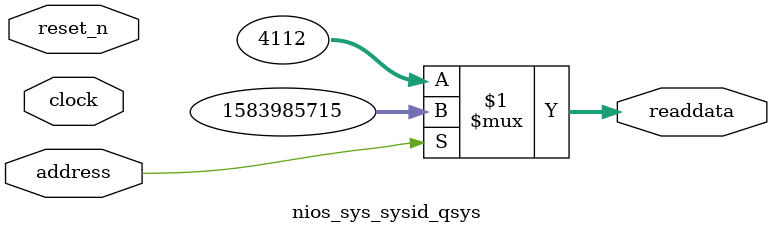
<source format=v>



// synthesis translate_off
`timescale 1ns / 1ps
// synthesis translate_on

// turn off superfluous verilog processor warnings 
// altera message_level Level1 
// altera message_off 10034 10035 10036 10037 10230 10240 10030 

module nios_sys_sysid_qsys (
               // inputs:
                address,
                clock,
                reset_n,

               // outputs:
                readdata
             )
;

  output  [ 31: 0] readdata;
  input            address;
  input            clock;
  input            reset_n;

  wire    [ 31: 0] readdata;
  //control_slave, which is an e_avalon_slave
  assign readdata = address ? 1583985715 : 4112;

endmodule



</source>
